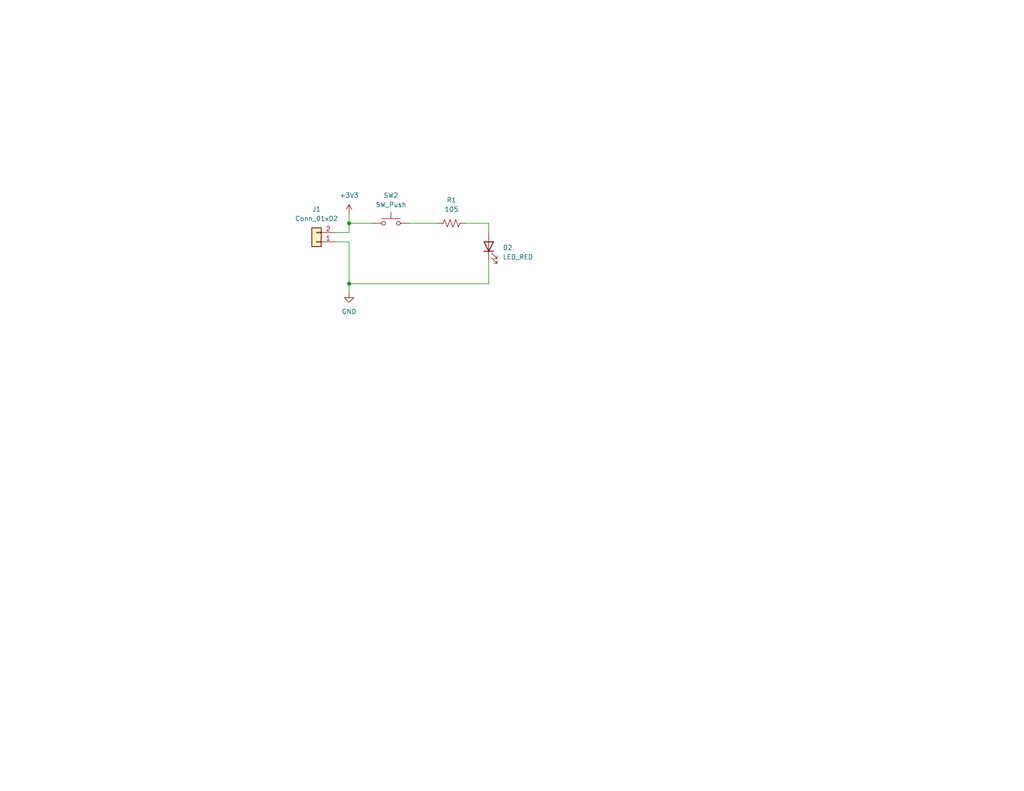
<source format=kicad_sch>
(kicad_sch (version 20231120) (generator "eeschema") (generator_version "8.0")
  (paper "USLetter")
  (title_block (title "LED Project 1") (date "2024-09-16") (rev "1.0") (company "Illini Solar Car") (comment 1 "Designed By: Ronak"))
  (lib_symbols
    (symbol "Connector_Generic:Conn_01x02" (pin_names (offset 1.016) hide)
      (property "Reference" "J" (at 0 2.54 0))
      (property "Value" "Conn_01x02" (at 0 -5.08 0))
      (symbol "Conn_01x02_1_1"
        (rectangle (start -1.27 -2.413) (end 0 -2.667) (stroke (width 0.1524)))
        (rectangle (start -1.27 0.127) (end 0 -0.127) (stroke (width 0.1524)))
        (rectangle (start -1.27 1.27) (end 1.27 -3.81) (stroke (width 0.254)) (fill (type background)))
        (pin passive line (at -5.08 0 0) (length 3.81) (name "Pin_1") (number "1"))
        (pin passive line (at -5.08 -2.54 0) (length 3.81) (name "Pin_2") (number "2"))
      )
    )
    (symbol "Device:LED" (pin_numbers hide) (pin_names (offset 1.016) hide)
      (property "Reference" "D" (at 0 2.54 0))
      (property "Value" "LED" (at 0 -2.54 0))
      (symbol "LED_0_1"
        (polyline (pts (xy -1.27 -1.27) (xy -1.27 1.27)) (stroke (width 0.254)))
        (polyline (pts (xy -1.27 0) (xy 1.27 0)))
        (polyline (pts (xy 1.27 -1.27) (xy 1.27 1.27) (xy -1.27 0) (xy 1.27 -1.27)) (stroke (width 0.254)))
        (polyline (pts (xy -3.048 -0.762) (xy -4.572 -2.286) (xy -3.81 -2.286) (xy -4.572 -2.286) (xy -4.572 -1.524)))
        (polyline (pts (xy -1.778 -0.762) (xy -3.302 -2.286) (xy -2.54 -2.286) (xy -3.302 -2.286) (xy -3.302 -1.524)))
      )
      (symbol "LED_1_1"
        (pin passive line (at -3.81 0 0) (length 2.54) (name "K") (number "1"))
        (pin passive line (at 3.81 0 180) (length 2.54) (name "A") (number "2"))
      )
    )
    (symbol "Device:R_US" (pin_numbers hide) (pin_names (offset 0))
      (property "Reference" "R" (at 2.54 0 90))
      (property "Value" "R_US" (at -2.54 0 90))
      (symbol "R_US_0_1"
        (polyline (pts (xy 0 -2.286) (xy 0 -2.54)))
        (polyline (pts (xy 0 2.286) (xy 0 2.54)))
        (polyline (pts (xy 0 -0.762) (xy 1.016 -1.143) (xy 0 -1.524) (xy -1.016 -1.905) (xy 0 -2.286)))
        (polyline (pts (xy 0 0.762) (xy 1.016 0.381) (xy 0 0) (xy -1.016 -0.381) (xy 0 -0.762)))
        (polyline (pts (xy 0 2.286) (xy 1.016 1.905) (xy 0 1.524) (xy -1.016 1.143) (xy 0 0.762)))
      )
      (symbol "R_US_1_1"
        (pin passive line (at 0 3.81 270) (length 1.27) (name "~") (number "1"))
        (pin passive line (at 0 -3.81 90) (length 1.27) (name "~") (number "2"))
      )
    )
    (symbol "Switch:SW_Push" (pin_numbers hide) (pin_names (offset 1.016) hide)
      (property "Reference" "SW" (at 1.27 2.54 0))
      (property "Value" "SW_Push" (at 0 -1.524 0))
      (symbol "SW_Push_0_1"
        (circle (center -2.032 0) (radius 0.508))
        (polyline (pts (xy 0 1.27) (xy 0 3.048)))
        (polyline (pts (xy 2.54 1.27) (xy -2.54 1.27)))
        (circle (center 2.032 0) (radius 0.508))
        (pin passive line (at -5.08 0 0) (length 2.54) (name "1") (number "1"))
        (pin passive line (at 5.08 0 180) (length 2.54) (name "2") (number "2"))
      )
    )
    (symbol "power:+3V3" (power) (pin_names (offset 0))
      (property "Value" "+3V3" (at 0 3.556 0))
      (symbol "+3V3_0_1"
        (polyline (pts (xy -0.762 1.27) (xy 0 2.54)))
        (polyline (pts (xy 0 0) (xy 0 2.54)))
        (polyline (pts (xy 0 2.54) (xy 0.762 1.27)))
      )
      (symbol "+3V3_1_1"
        (pin power_in line (at 0 0 90) (length 0) hide (name "+3V3") (number "1"))
      )
    )
    (symbol "power:GND" (power) (pin_names (offset 0))
      (property "Value" "GND" (at 0 -3.81 0))
      (symbol "GND_0_1"
        (polyline (pts (xy 0 0) (xy 0 -1.27) (xy 1.27 -1.27) (xy 0 -2.54) (xy -1.27 -1.27) (xy 0 -1.27)))
      )
      (symbol "GND_1_1"
        (pin power_in line (at 0 0 270) (length 0) hide (name "GND") (number "1"))
      )
    )
  )
  (junction (at 95.25 77.47))
  (junction (at 95.25 60.96))
  (wire (pts (xy 95.25 66.04) (xy 95.25 77.47)))
  (wire (pts (xy 111.76 60.96) (xy 119.38 60.96)))
  (wire (pts (xy 91.44 66.04) (xy 95.25 66.04)))
  (wire (pts (xy 133.35 77.47) (xy 95.25 77.47)))
  (wire (pts (xy 133.35 60.96) (xy 133.35 63.5)))
  (wire (pts (xy 95.25 58.42) (xy 95.25 60.96)))
  (wire (pts (xy 127 60.96) (xy 133.35 60.96)))
  (wire (pts (xy 95.25 60.96) (xy 95.25 63.5)))
  (wire (pts (xy 101.6 60.96) (xy 95.25 60.96)))
  (wire (pts (xy 95.25 77.47) (xy 95.25 80.01)))
  (wire (pts (xy 91.44 63.5) (xy 95.25 63.5)))
  (wire (pts (xy 133.35 71.12) (xy 133.35 77.47)))
  (symbol (lib_id "Device:R_US") (at 123.19 60.96 90) (unit 1)
    (property "Reference" "R1" (at 123.19 54.61 90))
    (property "Value" "105" (at 123.19 57.15 90))
    (property "Footprint" "Resistor_SMD:R_0603_1608Metric_Pad0.98x0.95mm_HandSolder" (effects (hide yes)))
    (property "Datasheet" "https://www.mouser.com/c/passive-components/resistors/smd-resistors-chip-resistors/?srsltid=AfmBOoqt8qcmVADh2I80D9J22GakbMdVnJ8nVw5jNhk5YDVAuZMI8UYO" (effects (hide yes)))
    (property "Description" "Resistor, US symbol" (effects (hide yes)))
  )
  (symbol (lib_id "Device:LED") (at 133.35 67.31 90) (unit 1)
    (property "Reference" "D2" (at 137.16 67.6274 90) (effects (justify right)))
    (property "Value" "LED_RED" (at 137.16 70.1674 90) (effects (justify right)))
    (property "Footprint" "layout:LED_0603_Symbol_on_F.SilkS" (effects (hide yes)))
    (property "Datasheet" "https://www.vishay.com/en/leds/leds-0603/" (effects (hide yes)))
    (property "Description" "Light emitting diode" (effects (hide yes)))
  )
  (symbol (lib_id "power:GND") (at 95.25 80.01 0) (unit 1)
    (property "Reference" "#PWR02" (effects (hide yes)))
    (property "Value" "GND" (at 95.25 85.09 0))
    (property "Description" "Power symbol creates a global label with name \"GND\" , ground" (effects (hide yes)))
  )
  (symbol (lib_id "power:+3V3") (at 95.25 58.42 0) (unit 1)
    (property "Reference" "#PWR01" (effects (hide yes)))
    (property "Value" "+3V3" (at 95.25 53.34 0))
    (property "Description" "Power symbol creates a global label with name \"+3V3\"" (effects (hide yes)))
  )
  (symbol (lib_id "Switch:SW_Push") (at 106.68 60.96 0) (unit 1)
    (property "Reference" "SW2" (at 106.68 53.34 0))
    (property "Value" "SW_Push" (at 106.68 55.88 0))
    (property "Footprint" "Button_Switch_SMD:SW_DIP_SPSTx01_Slide_6.7x4.1mm_W8.61mm_P2.54mm_LowProfile" (effects (hide yes)))
    (property "Datasheet" "https://www.digikey.com/en/products/detail/te-connectivity-alcoswitch-switches/1825910-6/1632536?utm_adgroup=&utm_source=google&utm_medium=cpc&utm_campaign=PMax%20Shopping_Product_Low%20ROAS%20Categories&utm_term=&utm_content=&utm_id=go_cmp-20243063506_adg-_ad-__dev-c_ext-_prd-1632536_sig-Cj0KCQjw6oi4BhD1ARIsAL6pox0aseozx_iPCTF7VZbhMTQlVnjO3W0ujQ30-sCOTwRtqJIid4t0MaoaAk6FEALw_wcB&gad_source=1&gclid=Cj0KCQjw6oi4BhD1ARIsAL6pox0aseozx_iPCTF7VZbhMTQlVnjO3W0ujQ30-sCOTwRtqJIid4t0MaoaAk6FEALw_wcB" (effects (hide yes)))
    (property "Description" "Push button switch, generic, two pins" (effects (hide yes)))
  )
  (symbol (lib_id "Connector_Generic:Conn_01x02") (at 86.36 66.04 180) (unit 1)
    (property "Reference" "J1" (at 86.36 57.15 0))
    (property "Value" "Conn_01x02" (at 86.36 59.69 0))
    (property "Footprint" "Connector_Molex:Molex_KK-254_AE-6410-02A_1x02_P2.54mm_Vertical" (effects (hide yes)))
    (property "Datasheet" "https://www.molex.com/en-us/products/part-detail/38007666" (effects (hide yes)))
    (property "Description" "Generic connector, single row, 01x02, script generated (kicad-library-utils/schlib/autogen/connector/)" (effects (hide yes)))
  )
)
</source>
